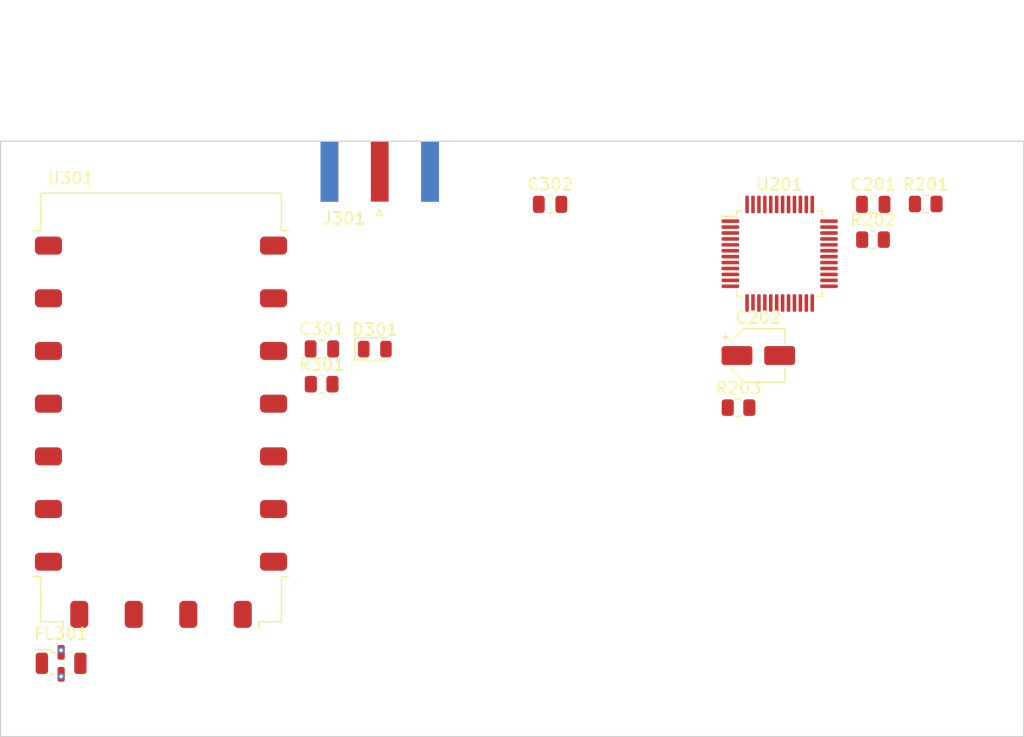
<source format=kicad_pcb>
(kicad_pcb (version 20211014) (generator pcbnew)
  (layers (0 "F.Cu" signal) (31 "B.Cu" signal) (34 "B.Paste" user) (35 "F.Paste" user) (36 "B.SilkS" user "B.Silkscreen") (37 "F.SilkS" user "F.Silkscreen") (38 "B.Mask" user) (39 "F.Mask" user) (44 "Edge.Cuts" user))
  (net 0 "")
  (net 1 "+4V")
  (net 2 "GND")
  (net 3 "+3.3V")
  (net 22 "Net-(C201-Pad2)")
  (net 25 "/DRA818/SQ")
  (net 26 "Net-(D301-Pad2)")
  (net 27 "Net-(FL301-Pad1)")
  (net 28 "Net-(FL301-Pad3)")
  (net 29 "/VS1003/~{xRESET}")
  (net 30 "Net-(R202-Pad1)")
  (net 31 "/VS1003/IOVDD")
  (net 32 "Net-(R203-Pad2)")
  (net 33 "/VS1003/CVDD")
  (net 34 "/VS1003/DREQ")
  (net 35 "/VS1003/~{xDCS}")
  (net 36 "/VS1003/~{xCS}")
  (net 37 "/VS1003/SCLK")
  (net 38 "/VS1003/SI")
  (net 39 "/VS1003/SO")
  (net 40 "/VS1003/AVDD")
  (net 42 "/DRA818/RADIO_OUT")
  (net 44 "/DRA818/PTT")
  (net 45 "/DRA818/PWR_SAVE")
  (net 46 "/DRA818/POWER_TX")
  (net 51 "/DRA818/DRA_RX")
  (net 52 "/DRA818/DRA_TX")
  (net 53 "/DRA818/RADIO_IN")
  (footprint "Resistor_SMD:R_0805_2012Metric" (layer "F.Cu") (at 217.658 106.104)
    (fp_text reference "R202" (at 0 -1.65) (layer "F.SilkS"))
    (fp_text value "100K")
    (fp_line (start -0.227064 0.735) (end 0.227064 0.735) (layer "F.SilkS") (width 0.12))
    (fp_line (start -0.227064 -0.735) (end 0.227064 -0.735) (layer "F.SilkS") (width 0.12))
    (pad "1" smd roundrect (at -0.9125 0) (size 1.025 1.4) (layers "F.Cu" "F.Paste" "F.Mask") (roundrect_rratio 0.243902) (net 30 "Net-(R202-Pad1)"))
    (pad "2" smd roundrect (at 0.9125 0) (size 1.025 1.4) (layers "F.Cu" "F.Paste" "F.Mask") (roundrect_rratio 0.243902) (net 2 "GND"))
  )
  (footprint "Capacitor_SMD:C_0805_2012Metric" (layer "F.Cu") (at 171.138 115.334)
    (fp_text reference "C301" (at 0 -1.68) (layer "F.SilkS"))
    (fp_text value "100pF")
    (fp_line (start -0.261252 -0.735) (end 0.261252 -0.735) (layer "F.SilkS") (width 0.12))
    (fp_line (start -0.261252 0.735) (end 0.261252 0.735) (layer "F.SilkS") (width 0.12))
    (pad "1" smd roundrect (at -0.95 0) (size 1 1.45) (layers "F.Cu" "F.Paste" "F.Mask") (net 2 "GND"))
    (pad "2" smd roundrect (at 0.95 0) (size 1 1.45) (layers "F.Cu" "F.Paste" "F.Mask") (net 1 "+4V"))
  )
  (footprint "Capacitor_SMD:C_0805_2012Metric" (layer "F.Cu") (at 190.398 103.124)
    (fp_text reference "C302" (at 0 -1.68) (layer "F.SilkS"))
    (fp_text value "4.7uF")
    (fp_line (start -0.261252 0.735) (end 0.261252 0.735) (layer "F.SilkS") (width 0.12))
    (fp_line (start -0.261252 -0.735) (end 0.261252 -0.735) (layer "F.SilkS") (width 0.12))
    (pad "1" smd roundrect (at -0.95 0) (size 1 1.45) (layers "F.Cu" "F.Paste" "F.Mask") (net 2 "GND"))
    (pad "2" smd roundrect (at 0.95 0) (size 1 1.45) (layers "F.Cu" "F.Paste" "F.Mask") (net 1 "+4V"))
  )
  (footprint "Resistor_SMD:R_0805_2012Metric" (layer "F.Cu") (at 206.308 120.294)
    (fp_text reference "R203" (at 0 -1.65) (layer "F.SilkS"))
    (fp_text value "100K")
    (fp_line (start -0.227064 0.735) (end 0.227064 0.735) (layer "F.SilkS") (width 0.12))
    (fp_line (start -0.227064 -0.735) (end 0.227064 -0.735) (layer "F.SilkS") (width 0.12))
    (pad "1" smd roundrect (at -0.9125 0) (size 1.025 1.4) (layers "F.Cu" "F.Paste" "F.Mask") (roundrect_rratio 0.243902) (net 31 "/VS1003/IOVDD"))
    (pad "2" smd roundrect (at 0.9125 0) (size 1.025 1.4) (layers "F.Cu" "F.Paste" "F.Mask") (roundrect_rratio 0.243902) (net 32 "Net-(R203-Pad2)"))
  )
  (footprint "Package_QFP:LQFP-48_7x7mm_P0.5mm" (layer "F.Cu") (at 209.778 107.294)
    (fp_text reference "U201" (at 0 -5.85) (layer "F.SilkS"))
    (fp_text value "VS1003")
    (fp_line (start -3.61 -3.16) (end -4.9 -3.16) (layer "F.SilkS") (width 0.12))
    (fp_line (start 3.61 3.61) (end 3.61 3.16) (layer "F.SilkS") (width 0.12))
    (fp_line (start -3.61 3.61) (end -3.61 3.16) (layer "F.SilkS") (width 0.12))
    (fp_line (start 3.61 -3.61) (end 3.61 -3.16) (layer "F.SilkS") (width 0.12))
    (fp_line (start -3.16 3.61) (end -3.61 3.61) (layer "F.SilkS") (width 0.12))
    (fp_line (start -3.16 -3.61) (end -3.61 -3.61) (layer "F.SilkS") (width 0.12))
    (fp_line (start 3.16 3.61) (end 3.61 3.61) (layer "F.SilkS") (width 0.12))
    (fp_line (start 3.16 -3.61) (end 3.61 -3.61) (layer "F.SilkS") (width 0.12))
    (fp_line (start -3.61 -3.61) (end -3.61 -3.16) (layer "F.SilkS") (width 0.12))
    (pad "1" smd roundrect (at -4.1625 -2.75) (size 1.475 0.3) (layers "F.Cu" "F.Paste" "F.Mask"))
    (pad "2" smd roundrect (at -4.1625 -2.25) (size 1.475 0.3) (layers "F.Cu" "F.Paste" "F.Mask"))
    (pad "3" smd roundrect (at -4.1625 -1.75) (size 1.475 0.3) (layers "F.Cu" "F.Paste" "F.Mask") (net 29 "/VS1003/~{xRESET}"))
    (pad "4" smd roundrect (at -4.1625 -1.25) (size 1.475 0.3) (layers "F.Cu" "F.Paste" "F.Mask") (net 2 "GND"))
    (pad "5" smd roundrect (at -4.1625 -0.75) (size 1.475 0.3) (layers "F.Cu" "F.Paste" "F.Mask") (net 33 "/VS1003/CVDD"))
    (pad "6" smd roundrect (at -4.1625 -0.25) (size 1.475 0.3) (layers "F.Cu" "F.Paste" "F.Mask") (net 31 "/VS1003/IOVDD"))
    (pad "7" smd roundrect (at -4.1625 0.25) (size 1.475 0.3) (layers "F.Cu" "F.Paste" "F.Mask") (net 33 "/VS1003/CVDD"))
    (pad "8" smd roundrect (at -4.1625 0.75) (size 1.475 0.3) (layers "F.Cu" "F.Paste" "F.Mask") (net 34 "/VS1003/DREQ"))
    (pad "9" smd roundrect (at -4.1625 1.25) (size 1.475 0.3) (layers "F.Cu" "F.Paste" "F.Mask"))
    (pad "10" smd roundrect (at -4.1625 1.75) (size 1.475 0.3) (layers "F.Cu" "F.Paste" "F.Mask"))
    (pad "11" smd roundrect (at -4.1625 2.25) (size 1.475 0.3) (layers "F.Cu" "F.Paste" "F.Mask"))
    (pad "12" smd roundrect (at -4.1625 2.75) (size 1.475 0.3) (layers "F.Cu" "F.Paste" "F.Mask"))
    (pad "13" smd roundrect (at -2.75 4.1625) (size 0.3 1.475) (layers "F.Cu" "F.Paste" "F.Mask") (net 35 "/VS1003/~{xDCS}"))
    (pad "14" smd roundrect (at -2.25 4.1625) (size 0.3 1.475) (layers "F.Cu" "F.Paste" "F.Mask") (net 31 "/VS1003/IOVDD"))
    (pad "15" smd roundrect (at -1.75 4.1625) (size 0.3 1.475) (layers "F.Cu" "F.Paste" "F.Mask"))
    (pad "16" smd roundrect (at -1.25 4.1625) (size 0.3 1.475) (layers "F.Cu" "F.Paste" "F.Mask") (net 2 "GND"))
    (pad "17" smd roundrect (at -0.75 4.1625) (size 0.3 1.475) (layers "F.Cu" "F.Paste" "F.Mask"))
    (pad "18" smd roundrect (at -0.25 4.1625) (size 0.3 1.475) (layers "F.Cu" "F.Paste" "F.Mask"))
    (pad "19" smd roundrect (at 0.25 4.1625) (size 0.3 1.475) (layers "F.Cu" "F.Paste" "F.Mask") (net 31 "/VS1003/IOVDD"))
    (pad "20" smd roundrect (at 0.75 4.1625) (size 0.3 1.475) (layers "F.Cu" "F.Paste" "F.Mask") (net 2 "GND"))
    (pad "21" smd roundrect (at 1.25 4.1625) (size 0.3 1.475) (layers "F.Cu" "F.Paste" "F.Mask") (net 2 "GND"))
    (pad "22" smd roundrect (at 1.75 4.1625) (size 0.3 1.475) (layers "F.Cu" "F.Paste" "F.Mask") (net 2 "GND"))
    (pad "23" smd roundrect (at 2.25 4.1625) (size 0.3 1.475) (layers "F.Cu" "F.Paste" "F.Mask") (net 36 "/VS1003/~{xCS}"))
    (pad "24" smd roundrect (at 2.75 4.1625) (size 0.3 1.475) (layers "F.Cu" "F.Paste" "F.Mask") (net 33 "/VS1003/CVDD"))
    (pad "25" smd roundrect (at 4.1625 2.75) (size 1.475 0.3) (layers "F.Cu" "F.Paste" "F.Mask"))
    (pad "26" smd roundrect (at 4.1625 2.25) (size 1.475 0.3) (layers "F.Cu" "F.Paste" "F.Mask") (net 32 "Net-(R203-Pad2)"))
    (pad "27" smd roundrect (at 4.1625 1.75) (size 1.475 0.3) (layers "F.Cu" "F.Paste" "F.Mask"))
    (pad "28" smd roundrect (at 4.1625 1.25) (size 1.475 0.3) (layers "F.Cu" "F.Paste" "F.Mask") (net 37 "/VS1003/SCLK"))
    (pad "29" smd roundrect (at 4.1625 0.75) (size 1.475 0.3) (layers "F.Cu" "F.Paste" "F.Mask") (net 38 "/VS1003/SI"))
    (pad "30" smd roundrect (at 4.1625 0.25) (size 1.475 0.3) (layers "F.Cu" "F.Paste" "F.Mask") (net 39 "/VS1003/SO"))
    (pad "31" smd roundrect (at 4.1625 -0.25) (size 1.475 0.3) (layers "F.Cu" "F.Paste" "F.Mask") (net 33 "/VS1003/CVDD"))
    (pad "32" smd roundrect (at 4.1625 -0.75) (size 1.475 0.3) (layers "F.Cu" "F.Paste" "F.Mask") (net 31 "/VS1003/IOVDD"))
    (pad "33" smd roundrect (at 4.1625 -1.25) (size 1.475 0.3) (layers "F.Cu" "F.Paste" "F.Mask") (net 30 "Net-(R202-Pad1)"))
    (pad "34" smd roundrect (at 4.1625 -1.75) (size 1.475 0.3) (layers "F.Cu" "F.Paste" "F.Mask"))
    (pad "35" smd roundrect (at 4.1625 -2.25) (size 1.475 0.3) (layers "F.Cu" "F.Paste" "F.Mask"))
    (pad "36" smd roundrect (at 4.1625 -2.75) (size 1.475 0.3) (layers "F.Cu" "F.Paste" "F.Mask"))
    (pad "37" smd roundrect (at 2.75 -4.1625) (size 0.3 1.475) (layers "F.Cu" "F.Paste" "F.Mask") (net 2 "GND"))
    (pad "38" smd roundrect (at 2.25 -4.1625) (size 0.3 1.475) (layers "F.Cu" "F.Paste" "F.Mask") (net 40 "/VS1003/AVDD"))
    (pad "39" smd roundrect (at 1.75 -4.1625) (size 0.3 1.475) (layers "F.Cu" "F.Paste" "F.Mask"))
    (pad "40" smd roundrect (at 1.25 -4.1625) (size 0.3 1.475) (layers "F.Cu" "F.Paste" "F.Mask") (net 2 "GND"))
    (pad "41" smd roundrect (at 0.75 -4.1625) (size 0.3 1.475) (layers "F.Cu" "F.Paste" "F.Mask") (net 2 "GND"))
    (pad "42" smd roundrect (at 0.25 -4.1625) (size 0.3 1.475) (layers "F.Cu" "F.Paste" "F.Mask"))
    (pad "43" smd roundrect (at -0.25 -4.1625) (size 0.3 1.475) (layers "F.Cu" "F.Paste" "F.Mask") (net 40 "/VS1003/AVDD"))
    (pad "44" smd roundrect (at -0.75 -4.1625) (size 0.3 1.475) (layers "F.Cu" "F.Paste" "F.Mask") (net 22 "Net-(C201-Pad2)"))
    (pad "45" smd roundrect (at -1.25 -4.1625) (size 0.3 1.475) (layers "F.Cu" "F.Paste" "F.Mask") (net 40 "/VS1003/AVDD"))
    (pad "46" smd roundrect (at -1.75 -4.1625) (size 0.3 1.475) (layers "F.Cu" "F.Paste" "F.Mask"))
    (pad "47" smd roundrect (at -2.25 -4.1625) (size 0.3 1.475) (layers "F.Cu" "F.Paste" "F.Mask") (net 2 "GND"))
    (pad "48" smd roundrect (at -2.75 -4.1625) (size 0.3 1.475) (layers "F.Cu" "F.Paste" "F.Mask"))
  )
  (footprint "KenwoodFox:DRA818V" (layer "F.Cu") (at 157.558 119.959)
    (fp_text reference "U301" (at -7.62 -19.05 unlocked) (layer "F.SilkS"))
    (fp_text value "DRA818V")
    (fp_line (start -10.16 14.605) (end -10.16 18.415) (layer "F.SilkS") (width 0.12))
    (fp_line (start 8.255 18.415) (end 10.16 18.415) (layer "F.SilkS") (width 0.12))
    (fp_line (start -10.16 -14.605) (end -10.795 -14.605) (layer "F.SilkS") (width 0.12))
    (fp_line (start -10.16 18.415) (end -8.255 18.415) (layer "F.SilkS") (width 0.12))
    (fp_line (start 10.16 -17.78) (end -10.16 -17.78) (layer "F.SilkS") (width 0.12))
    (fp_line (start -10.795 14.605) (end -10.16 14.605) (layer "F.SilkS") (width 0.12))
    (fp_line (start 10.795 -14.605) (end 10.16 -14.605) (layer "F.SilkS") (width 0.12))
    (fp_line (start 8.255 19.05) (end 8.255 18.415) (layer "F.SilkS") (width 0.12))
    (fp_line (start -8.255 18.415) (end -8.255 19.05) (layer "F.SilkS") (width 0.12))
    (fp_line (start -10.16 -17.78) (end -10.16 -14.605) (layer "F.SilkS") (width 0.12))
    (fp_line (start 10.16 -14.605) (end 10.16 -17.78) (layer "F.SilkS") (width 0.12))
    (fp_line (start 10.16 14.605) (end 10.795 14.605) (layer "F.SilkS") (width 0.12))
    (fp_line (start 10.16 18.415) (end 10.16 14.605) (layer "F.SilkS") (width 0.12))
    (pad "1" smd roundrect (at 9.5 -13.35) (size 2.286 1.524) (layers "F.Cu" "F.Mask") (net 25 "/DRA818/SQ"))
    (pad "2" smd roundrect (at 9.5 -8.9) (size 2.286 1.524) (layers "F.Cu" "F.Mask"))
    (pad "3" smd roundrect (at 9.5 -4.45) (size 2.286 1.524) (layers "F.Cu" "F.Mask") (net 42 "/DRA818/RADIO_OUT"))
    (pad "4" smd roundrect (at 9.5 0) (size 2.286 1.524) (layers "F.Cu" "F.Mask"))
    (pad "5" smd roundrect (at 9.5 4.45) (size 2.286 1.524) (layers "F.Cu" "F.Mask") (net 44 "/DRA818/PTT"))
    (pad "6" smd roundrect (at 9.5 8.9) (size 2.286 1.524) (layers "F.Cu" "F.Mask") (net 45 "/DRA818/PWR_SAVE"))
    (pad "7" smd roundrect (at 9.5 13.35) (size 2.286 1.524) (layers "F.Cu" "F.Mask") (net 46 "/DRA818/POWER_TX"))
    (pad "8" smd roundrect (at 6.9 17.8 90) (size 2.286 1.524) (layers "F.Cu" "F.Mask") (net 1 "+4V"))
    (pad "9" smd roundrect (at 2.3 17.8 90) (size 2.286 1.524) (layers "F.Cu" "F.Mask") (net 2 "GND"))
    (pad "10" smd roundrect (at -2.3 17.8 90) (size 2.286 1.524) (layers "F.Cu" "F.Mask") (net 2 "GND"))
    (pad "11" smd roundrect (at -6.9 17.8 90) (size 2.286 1.524) (layers "F.Cu" "F.Mask"))
    (pad "12" smd roundrect (at -9.5 13.35 180) (size 2.286 1.524) (layers "F.Cu" "F.Mask") (net 27 "Net-(FL301-Pad1)"))
    (pad "13" smd roundrect (at -9.5 8.9 180) (size 2.286 1.524) (layers "F.Cu" "F.Mask"))
    (pad "14" smd roundrect (at -9.5 4.45 180) (size 2.286 1.524) (layers "F.Cu" "F.Mask"))
    (pad "15" smd roundrect (at -9.5 0 180) (size 2.286 1.524) (layers "F.Cu" "F.Mask"))
    (pad "16" smd roundrect (at -9.5 -4.45 180) (size 2.286 1.524) (layers "F.Cu" "F.Mask") (net 51 "/DRA818/DRA_RX"))
    (pad "17" smd roundrect (at -9.5 -8.9 180) (size 2.286 1.524) (layers "F.Cu" "F.Mask") (net 52 "/DRA818/DRA_TX"))
    (pad "18" smd roundrect (at -9.5 -13.35 180) (size 2.286 1.524) (layers "F.Cu" "F.Mask") (net 53 "/DRA818/RADIO_IN"))
  )
  (footprint "Resistor_SMD:R_0805_2012Metric" (layer "F.Cu") (at 171.118 118.314)
    (fp_text reference "R301" (at 0 -1.65) (layer "F.SilkS"))
    (fp_text value "2K2")
    (fp_line (start -0.227064 -0.735) (end 0.227064 -0.735) (layer "F.SilkS") (width 0.12))
    (fp_line (start -0.227064 0.735) (end 0.227064 0.735) (layer "F.SilkS") (width 0.12))
    (pad "1" smd roundrect (at -0.9125 0) (size 1.025 1.4) (layers "F.Cu" "F.Paste" "F.Mask") (roundrect_rratio 0.243902) (net 3 "+3.3V"))
    (pad "2" smd roundrect (at 0.9125 0) (size 1.025 1.4) (layers "F.Cu" "F.Paste" "F.Mask") (roundrect_rratio 0.243902) (net 26 "Net-(D301-Pad2)"))
  )
  (footprint "Capacitor_SMD:C_0805_2012Metric" (layer "F.Cu") (at 217.678 103.124)
    (fp_text reference "C201" (at 0 -1.68) (layer "F.SilkS"))
    (fp_text value "1uF")
    (fp_line (start -0.261252 -0.735) (end 0.261252 -0.735) (layer "F.SilkS") (width 0.12))
    (fp_line (start -0.261252 0.735) (end 0.261252 0.735) (layer "F.SilkS") (width 0.12))
    (pad "1" smd roundrect (at -0.95 0) (size 1 1.45) (layers "F.Cu" "F.Paste" "F.Mask") (net 2 "GND"))
    (pad "2" smd roundrect (at 0.95 0) (size 1 1.45) (layers "F.Cu" "F.Paste" "F.Mask") (net 22 "Net-(C201-Pad2)"))
  )
  (footprint "Filter:Filter_Mini-Circuits_FV1206" (layer "F.Cu") (at 149.128 141.894)
    (fp_text reference "FL301" (at 0 -2.5) (layer "F.SilkS"))
    (fp_text value "LFCN-490")
    (fp_line (start -0.91 -0.91) (end -0.57 -0.91) (layer "F.SilkS") (width 0.12))
    (fp_line (start -0.91 -1.16) (end -2.14 -1.16) (layer "F.SilkS") (width 0.12))
    (fp_line (start 0.57 -0.91) (end 0.91 -0.91) (layer "F.SilkS") (width 0.12))
    (fp_line (start 0.57 0.91) (end 0.91 0.91) (layer "F.SilkS") (width 0.12))
    (fp_line (start -0.91 -0.91) (end -0.91 -1.16) (layer "F.SilkS") (width 0.12))
    (fp_line (start -0.91 0.91) (end -0.57 0.91) (layer "F.SilkS") (width 0.12))
    (pad "1" smd roundrect (at -1.625 0) (size 1.04 1.8) (layers "F.Cu" "F.Paste" "F.Mask") (roundrect_rratio 0.24) (net 27 "Net-(FL301-Pad1)"))
    (pad "2" thru_hole circle (at 0 1.105) (size 0.61 0.61) (drill 0.3) (layers *.Cu *.Mask) (net 2 "GND"))
    (pad "2" smd roundrect (at 0 0.9275) (size 0.61 1.245) (layers "F.Cu" "F.Paste" "F.Mask") (net 2 "GND"))
    (pad "3" smd roundrect (at 1.625 0) (size 1.04 1.8) (layers "F.Cu" "F.Paste" "F.Mask") (roundrect_rratio 0.24) (net 28 "Net-(FL301-Pad3)"))
    (pad "4" thru_hole circle (at 0 -1.105) (size 0.61 0.61) (drill 0.3) (layers *.Cu *.Mask) (net 2 "GND"))
    (pad "4" smd roundrect (at 0 -0.9275) (size 0.61 1.245) (layers "F.Cu" "F.Paste" "F.Mask") (net 2 "GND"))
  )
  (footprint "Capacitor_SMD:CP_Elec_4x3" (layer "F.Cu") (at 207.978 115.894)
    (fp_text reference "C202" (at 0 -3.2) (layer "F.SilkS"))
    (fp_text value "10uf")
    (fp_line (start -1.195563 -2.26) (end 2.26 -2.26) (layer "F.SilkS") (width 0.12))
    (fp_line (start -2.26 1.195563) (end -1.195563 2.26) (layer "F.SilkS") (width 0.12))
    (fp_line (start -2.26 -1.195563) (end -2.26 -1.06) (layer "F.SilkS") (width 0.12))
    (fp_line (start 2.26 -2.26) (end 2.26 -1.06) (layer "F.SilkS") (width 0.12))
    (fp_line (start -3 -1.56) (end -2.5 -1.56) (layer "F.SilkS") (width 0.12))
    (fp_line (start -2.26 1.195563) (end -2.26 1.06) (layer "F.SilkS") (width 0.12))
    (fp_line (start -1.195563 2.26) (end 2.26 2.26) (layer "F.SilkS") (width 0.12))
    (fp_line (start -2.26 -1.195563) (end -1.195563 -2.26) (layer "F.SilkS") (width 0.12))
    (fp_line (start 2.26 2.26) (end 2.26 1.06) (layer "F.SilkS") (width 0.12))
    (fp_line (start -2.75 -1.81) (end -2.75 -1.31) (layer "F.SilkS") (width 0.12))
    (pad "1" smd roundrect (at -1.8 0) (size 2.6 1.6) (layers "F.Cu" "F.Paste" "F.Mask") (roundrect_rratio 0.15625))
    (pad "2" smd roundrect (at 1.8 0) (size 2.6 1.6) (layers "F.Cu" "F.Paste" "F.Mask") (roundrect_rratio 0.15625))
  )
  (footprint "Connector_Coaxial:SMA_Amphenol_132289_EdgeMount" (layer "F.Cu") (at 176.022 100.3585 90)
    (fp_text reference "J301" (at -3.96 -3) (layer "F.SilkS"))
    (fp_text value "Conn_Coaxial")
    (fp_line (start -3.71 0.25) (end -3.21 0) (layer "F.SilkS") (width 0.12))
    (fp_line (start -3.21 0) (end -3.71 -0.25) (layer "F.SilkS") (width 0.12))
    (fp_line (start -3.71 -0.25) (end -3.71 0.25) (layer "F.SilkS") (width 0.12))
    (pad "1" smd rect (at 0 0 180) (size 1.5 5.08) (layers "F.Cu" "F.Paste" "F.Mask") (net 28 "Net-(FL301-Pad3)"))
    (pad "2" smd rect (at 0 4.25 180) (size 1.5 5.08) (layers "F.Cu" "F.Paste" "F.Mask") (net 2 "GND"))
    (pad "2" smd rect (at 0 4.25 180) (size 1.5 5.08) (layers "B.Cu" "B.Paste" "B.Mask") (net 2 "GND"))
    (pad "2" smd rect (at 0 -4.25 180) (size 1.5 5.08) (layers "B.Cu" "B.Paste" "B.Mask") (net 2 "GND"))
    (pad "2" smd rect (at 0 -4.25 180) (size 1.5 5.08) (layers "F.Cu" "F.Paste" "F.Mask") (net 2 "GND"))
  )
  (footprint "Resistor_SMD:R_0805_2012Metric" (layer "F.Cu") (at 222.108 103.094)
    (fp_text reference "R201" (at 0 -1.65) (layer "F.SilkS"))
    (fp_text value "100K")
    (fp_line (start -0.227064 -0.735) (end 0.227064 -0.735) (layer "F.SilkS") (width 0.12))
    (fp_line (start -0.227064 0.735) (end 0.227064 0.735) (layer "F.SilkS") (width 0.12))
    (pad "1" smd roundrect (at -0.9125 0) (size 1.025 1.4) (layers "F.Cu" "F.Paste" "F.Mask") (roundrect_rratio 0.243902) (net 29 "/VS1003/~{xRESET}"))
    (pad "2" smd roundrect (at 0.9125 0) (size 1.025 1.4) (layers "F.Cu" "F.Paste" "F.Mask") (roundrect_rratio 0.243902) (net 2 "GND"))
  )
  (footprint "LED_SMD:LED_0805_2012Metric" (layer "F.Cu") (at 175.608 115.349)
    (fp_text reference "D301" (at 0 -1.65) (layer "F.SilkS"))
    (fp_text value "RX")
    (fp_line (start -1.685 0.96) (end 1 0.96) (layer "F.SilkS") (width 0.12))
    (fp_line (start -1.685 -0.96) (end -1.685 0.96) (layer "F.SilkS") (width 0.12))
    (fp_line (start 1 -0.96) (end -1.685 -0.96) (layer "F.SilkS") (width 0.12))
    (pad "1" smd roundrect (at -0.9375 0) (size 0.975 1.4) (layers "F.Cu" "F.Paste" "F.Mask") (net 25 "/DRA818/SQ"))
    (pad "2" smd roundrect (at 0.9375 0) (size 0.975 1.4) (layers "F.Cu" "F.Paste" "F.Mask") (net 26 "Net-(D301-Pad2)"))
  )
  (gr_rect (start 144.018 97.79) (end 230.378 148.082) (layer "Edge.Cuts") (width 0.1) (fill none))
)
</source>
